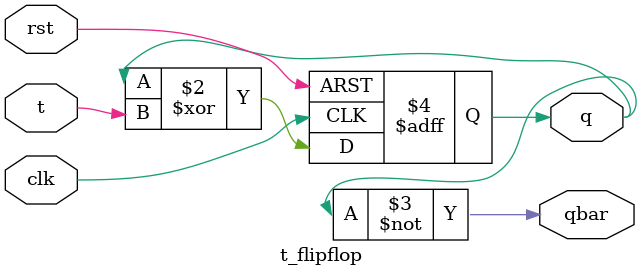
<source format=v>
module t_flipflop(
input t,
input clk,rst,
output reg q,
output qbar
);

always @(posedge clk or posedge rst) begin 
   if(rst) 
     q <= 1'b0;
   else 
     q <= q^t;
   end
assign qbar = ~q;
endmodule

</source>
